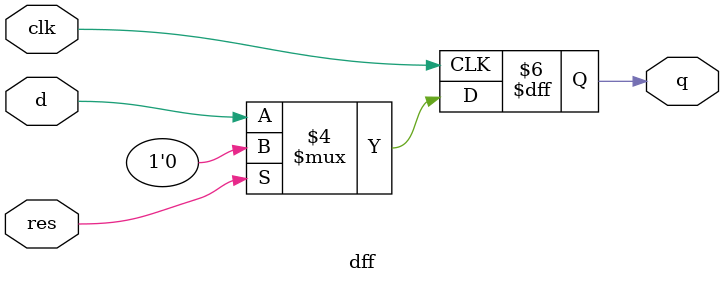
<source format=v>
module dff(clk,res,d,q);
	input res,clk,d;
	output reg q;
	always @(posedge clk) begin
		if (res==1) q=0;
		else q=d;
		end
endmodule

</source>
